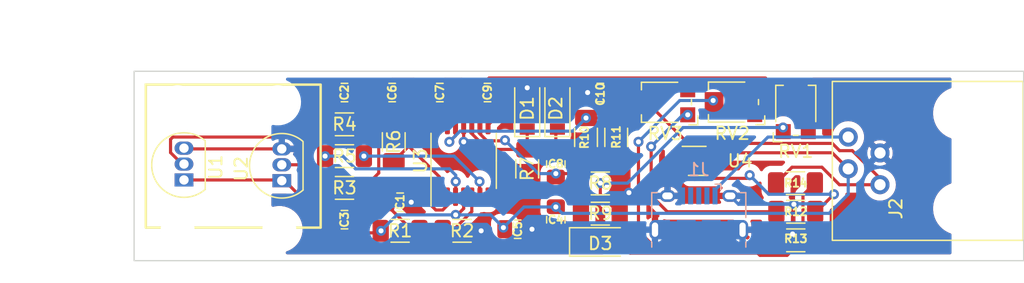
<source format=kicad_pcb>
(kicad_pcb (version 20211014) (generator pcbnew)
  (layers (0 "F.Cu" signal) (31 "B.Cu" signal) (34 "B.Paste" user) (35 "F.Paste" user) (36 "B.SilkS" user "B.Silkscreen") (37 "F.SilkS" user "F.Silkscreen") (38 "B.Mask" user) (39 "F.Mask" user) (44 "Edge.Cuts" user))
  (net 0 "")
  (net 1 "Net-(C1-Pad1)")
  (net 2 "GND")
  (net 3 "Net-(C2-Pad1)")
  (net 4 "Net-(C2-Pad2)")
  (net 5 "Net-(C3-Pad1)")
  (net 6 "Net-(C3-Pad2)")
  (net 7 "+3.3V")
  (net 8 "Net-(C6-Pad1)")
  (net 9 "Net-(C6-Pad2)")
  (net 10 "Net-(C7-Pad2)")
  (net 11 "Net-(C8-Pad1)")
  (net 12 "Net-(C8-Pad2)")
  (net 13 "Net-(C9-Pad1)")
  (net 14 "Net-(C10-Pad2)")
  (net 15 "Net-(D2-Pad2)")
  (net 16 "Net-(D3-Pad2)")
  (net 17 "Net-(J1-Pad1)")
  (net 21 "/SENSE")
  (net 22 "Net-(R4-Pad2)")
  (net 23 "Net-(R5-Pad2)")
  (net 24 "Net-(R9-Pad1)")
  (net 25 "Net-(R12-Pad1)")
  (net 26 "Net-(R12-Pad2)")
  (net 27 "Net-(R13-Pad2)")
  (footprint "Capacitor_SMD:C_0805_2012Metric_Pad1.18x1.45mm_HandSolder" (layer "F.Cu") (at 154.813 132.207 180)
    (fp_text reference "C5" (at 0 0 90) (layer "F.SilkS") (effects (font (size 0.635 0.635))))
    (fp_text value "C")
    (pad "1" smd roundrect (at -1.0375 0 180) (size 1.175 1.45) (layers "F.Cu" "F.Paste" "F.Mask") (roundrect_rratio 0.212766) (net 2 "GND"))
    (pad "2" smd roundrect (at 1.0375 0 180) (size 1.175 1.45) (layers "F.Cu" "F.Paste" "F.Mask") (roundrect_rratio 0.212766) (net 7 "+3.3V"))
  )
  (footprint "Resistor_SMD:R_1206_3216Metric_Pad1.30x1.75mm_HandSolder" (layer "F.Cu") (at 177.038 130.81 180)
    (fp_text reference "R13" (at 0 -2.159) (layer "F.SilkS") (effects (font (size 0.635 0.635))))
    (fp_text value "R")
    (pad "1" smd roundrect (at -1.55 0 180) (size 1.3 1.75) (layers "F.Cu" "F.Paste" "F.Mask") (roundrect_rratio 0.192308) (net 26 "Net-(R12-Pad2)"))
    (pad "2" smd roundrect (at 1.55 0 180) (size 1.3 1.75) (layers "F.Cu" "F.Paste" "F.Mask") (roundrect_rratio 0.192308) (net 27 "Net-(R13-Pad2)"))
  )
  (footprint "Capacitor_SMD:C_0805_2012Metric_Pad1.18x1.45mm_HandSolder" (layer "F.Cu") (at 145.415 130.048)
    (fp_text reference "C1" (at 0 0 90) (layer "F.SilkS") (effects (font (size 0.635 0.635))))
    (fp_text value "10uf")
    (pad "1" smd roundrect (at -1.0375 0) (size 1.175 1.45) (layers "F.Cu" "F.Paste" "F.Mask") (roundrect_rratio 0.212766) (net 1 "Net-(C1-Pad1)"))
    (pad "2" smd roundrect (at 1.0375 0) (size 1.175 1.45) (layers "F.Cu" "F.Paste" "F.Mask") (roundrect_rratio 0.212766) (net 2 "GND"))
  )
  (footprint "Capacitor_SMD:C_0805_2012Metric_Pad1.18x1.45mm_HandSolder" (layer "F.Cu") (at 157.861 131.445 90)
    (fp_text reference "C4" (at 0 0 180) (layer "F.SilkS") (effects (font (size 0.635 0.635))))
    (fp_text value "C")
    (pad "1" smd roundrect (at -1.0375 0 90) (size 1.175 1.45) (layers "F.Cu" "F.Paste" "F.Mask") (roundrect_rratio 0.212766) (net 2 "GND"))
    (pad "2" smd roundrect (at 1.0375 0 90) (size 1.175 1.45) (layers "F.Cu" "F.Paste" "F.Mask") (roundrect_rratio 0.212766) (net 7 "+3.3V"))
  )
  (footprint "Resistor_SMD:R_1206_3216Metric_Pad1.30x1.75mm_HandSolder" (layer "F.Cu") (at 177.012 128.524)
    (fp_text reference "R14" (at 0.026 0) (layer "F.SilkS") (effects (font (size 0.635 0.635))))
    (fp_text value "R")
    (pad "1" smd roundrect (at -1.55 0) (size 1.3 1.75) (layers "F.Cu" "F.Paste" "F.Mask") (roundrect_rratio 0.192308) (net 21 "/SENSE"))
    (pad "2" smd roundrect (at 1.55 0) (size 1.3 1.75) (layers "F.Cu" "F.Paste" "F.Mask") (roundrect_rratio 0.192308) (net 16 "Net-(D3-Pad2)"))
  )
  (footprint "MountingHole:MountingHole_2.7mm_M2.5_ISO14580" (layer "F.Cu") (at 135.763 132.207)
    (fp_text reference "REF**" hide)
    (fp_text value "MountingHole_2.7mm_M2.5_ISO14580")
    (pad "" np_thru_hole circle (at 0 0) (size 2.7 2.7) (drill 2.7) (layers *.Cu *.Mask))
  )
  (footprint "Package_SO:TSSOP-14_4.4x5mm_P0.65mm" (layer "F.Cu") (at 150.495 126.746 90)
    (fp_text reference "U3" (at 0 -3.45 90) (layer "F.SilkS"))
    (fp_text value "TLV9104")
    (pad "1" smd roundrect (at -2.8625 -1.95 90) (size 1.475 0.4) (layers "F.Cu" "F.Paste" "F.Mask") (net 9 "Net-(C6-Pad2)"))
    (pad "2" smd roundrect (at -2.8625 -1.3 90) (size 1.475 0.4) (layers "F.Cu" "F.Paste" "F.Mask") (net 8 "Net-(C6-Pad1)"))
    (pad "3" smd roundrect (at -2.8625 -0.65 90) (size 1.475 0.4) (layers "F.Cu" "F.Paste" "F.Mask") (net 22 "Net-(R4-Pad2)"))
    (pad "4" smd roundrect (at -2.8625 0 90) (size 1.475 0.4) (layers "F.Cu" "F.Paste" "F.Mask") (net 7 "+3.3V"))
    (pad "5" smd roundrect (at -2.8625 0.65 90) (size 1.475 0.4) (layers "F.Cu" "F.Paste" "F.Mask") (net 1 "Net-(C1-Pad1)"))
    (pad "6" smd roundrect (at -2.8625 1.3 90) (size 1.475 0.4) (layers "F.Cu" "F.Paste" "F.Mask") (net 23 "Net-(R5-Pad2)"))
    (pad "7" smd roundrect (at -2.8625 1.95 90) (size 1.475 0.4) (layers "F.Cu" "F.Paste" "F.Mask") (net 23 "Net-(R5-Pad2)"))
    (pad "8" smd roundrect (at 2.8625 1.95 90) (size 1.475 0.4) (layers "F.Cu" "F.Paste" "F.Mask") (net 15 "Net-(D2-Pad2)"))
    (pad "9" smd roundrect (at 2.8625 1.3 90) (size 1.475 0.4) (layers "F.Cu" "F.Paste" "F.Mask") (net 11 "Net-(C8-Pad1)"))
    (pad "10" smd roundrect (at 2.8625 0.65 90) (size 1.475 0.4) (layers "F.Cu" "F.Paste" "F.Mask") (net 10 "Net-(C7-Pad2)"))
    (pad "11" smd roundrect (at 2.8625 0 90) (size 1.475 0.4) (layers "F.Cu" "F.Paste" "F.Mask") (net 2 "GND"))
    (pad "12" smd roundrect (at 2.8625 -0.65 90) (size 1.475 0.4) (layers "F.Cu" "F.Paste" "F.Mask") (net 14 "Net-(C10-Pad2)"))
    (pad "13" smd roundrect (at 2.8625 -1.3 90) (size 1.475 0.4) (layers "F.Cu" "F.Paste" "F.Mask") (net 13 "Net-(C9-Pad1)"))
    (pad "14" smd roundrect (at 2.8625 -1.95 90) (size 1.475 0.4) (layers "F.Cu" "F.Paste" "F.Mask") (net 13 "Net-(C9-Pad1)"))
  )
  (footprint "Resistor_SMD:R_1206_3216Metric_Pad1.30x1.75mm_HandSolder" (layer "F.Cu") (at 150.368 132.334)
    (fp_text reference "R2" (at 0 0) (layer "F.SilkS"))
    (fp_text value "100K")
    (pad "1" smd roundrect (at -1.55 0) (size 1.3 1.75) (layers "F.Cu" "F.Paste" "F.Mask") (roundrect_rratio 0.192308) (net 1 "Net-(C1-Pad1)"))
    (pad "2" smd roundrect (at 1.55 0) (size 1.3 1.75) (layers "F.Cu" "F.Paste" "F.Mask") (roundrect_rratio 0.192308) (net 2 "GND"))
  )
  (footprint "Diode_SMD:D_SOD-123" (layer "F.Cu") (at 157.988 122.555 90)
    (fp_text reference "D2" (at 0 -0.127 90) (layer "F.SilkS"))
    (fp_text value "D")
    (pad "1" smd rect (at -1.65 0 90) (size 0.9 1.2) (layers "F.Cu" "F.Paste" "F.Mask") (net 12 "Net-(C8-Pad2)"))
    (pad "2" smd rect (at 1.65 0 90) (size 0.9 1.2) (layers "F.Cu" "F.Paste" "F.Mask") (net 15 "Net-(D2-Pad2)"))
  )
  (footprint "Resistor_SMD:R_1206_3216Metric_Pad1.30x1.75mm_HandSolder" (layer "F.Cu") (at 140.97 123.825)
    (fp_text reference "R4" (at 0 0) (layer "F.SilkS"))
    (fp_text value "4.99K")
    (pad "1" smd roundrect (at -1.55 0) (size 1.3 1.75) (layers "F.Cu" "F.Paste" "F.Mask") (roundrect_rratio 0.192308) (net 3 "Net-(C2-Pad1)"))
    (pad "2" smd roundrect (at 1.55 0) (size 1.3 1.75) (layers "F.Cu" "F.Paste" "F.Mask") (roundrect_rratio 0.192308) (net 22 "Net-(R4-Pad2)"))
  )
  (footprint "Resistor_SMD:R_1206_3216Metric_Pad1.30x1.75mm_HandSolder" (layer "F.Cu") (at 155.575 127.381 90)
    (fp_text reference "R7" (at 0 0 90) (layer "F.SilkS"))
    (fp_text value "1M")
    (pad "1" smd roundrect (at -1.55 0 90) (size 1.3 1.75) (layers "F.Cu" "F.Paste" "F.Mask") (roundrect_rratio 0.192308) (net 2 "GND"))
    (pad "2" smd roundrect (at 1.55 0 90) (size 1.3 1.75) (layers "F.Cu" "F.Paste" "F.Mask") (roundrect_rratio 0.192308) (net 10 "Net-(C7-Pad2)"))
  )
  (footprint "Resistor_SMD:R_1206_3216Metric_Pad1.30x1.75mm_HandSolder" (layer "F.Cu") (at 162.687 124.867 -90)
    (fp_text reference "R11" (at -0.026 0 90) (layer "F.SilkS") (effects (font (size 0.635 0.635))))
    (fp_text value "100M")
    (pad "1" smd roundrect (at -1.55 0 270) (size 1.3 1.75) (layers "F.Cu" "F.Paste" "F.Mask") (roundrect_rratio 0.192308) (net 14 "Net-(C10-Pad2)"))
    (pad "2" smd roundrect (at 1.55 0 270) (size 1.3 1.75) (layers "F.Cu" "F.Paste" "F.Mask") (roundrect_rratio 0.192308) (net 2 "GND"))
  )
  (footprint "Resistor_SMD:R_1206_3216Metric_Pad1.30x1.75mm_HandSolder" (layer "F.Cu") (at 145.415 132.334)
    (fp_text reference "R1" (at 0 0) (layer "F.SilkS"))
    (fp_text value "100K")
    (pad "1" smd roundrect (at -1.55 0) (size 1.3 1.75) (layers "F.Cu" "F.Paste" "F.Mask") (roundrect_rratio 0.192308) (net 7 "+3.3V"))
    (pad "2" smd roundrect (at 1.55 0) (size 1.3 1.75) (layers "F.Cu" "F.Paste" "F.Mask") (roundrect_rratio 0.192308) (net 1 "Net-(C1-Pad1)"))
  )
  (footprint "MountingHole:MountingHole_2.7mm_M2.5_ISO14580" (layer "F.Cu") (at 135.636 122.047)
    (fp_text reference "REF**" hide)
    (fp_text value "MountingHole_2.7mm_M2.5_ISO14580")
    (pad "" np_thru_hole circle (at 0 0) (size 2.7 2.7) (drill 2.7) (layers *.Cu *.Mask))
  )
  (footprint "Package_TO_SOT_THT:TO-92L_Inline" (layer "F.Cu") (at 128.143 128.27 90)
    (fp_text reference "U1" (at 1.016 2.54 90) (layer "F.SilkS"))
    (fp_text value "A1302ELHLT-T")
    (pad "1" thru_hole rect (at 0 0 90) (size 1.05 1.5) (drill 0.75) (layers *.Cu *.Mask) (net 7 "+3.3V"))
    (pad "2" thru_hole oval (at 1.27 0 90) (size 1.05 1.5) (drill 0.75) (layers *.Cu *.Mask) (net 4 "Net-(C2-Pad2)"))
    (pad "3" thru_hole oval (at 2.54 0 90) (size 1.05 1.5) (drill 0.75) (layers *.Cu *.Mask) (net 2 "GND"))
  )
  (footprint "Resistor_SMD:R_1206_3216Metric_Pad1.30x1.75mm_HandSolder" (layer "F.Cu") (at 161.417 128.55 180)
    (fp_text reference "R8" (at 0 0.026) (layer "F.SilkS"))
    (fp_text value "100K")
    (pad "1" smd roundrect (at -1.55 0 180) (size 1.3 1.75) (layers "F.Cu" "F.Paste" "F.Mask") (roundrect_rratio 0.192308) (net 2 "GND"))
    (pad "2" smd roundrect (at 1.55 0 180) (size 1.3 1.75) (layers "F.Cu" "F.Paste" "F.Mask") (roundrect_rratio 0.192308) (net 11 "Net-(C8-Pad1)"))
  )
  (footprint "Capacitor_SMD:C_0805_2012Metric_Pad1.18x1.45mm_HandSolder" (layer "F.Cu") (at 144.78 121.285 180)
    (fp_text reference "C6" (at 0 0 90) (layer "F.SilkS") (effects (font (size 0.635 0.635))))
    (fp_text value ".002uf")
    (pad "1" smd roundrect (at -1.0375 0 180) (size 1.175 1.45) (layers "F.Cu" "F.Paste" "F.Mask") (roundrect_rratio 0.212766) (net 8 "Net-(C6-Pad1)"))
    (pad "2" smd roundrect (at 1.0375 0 180) (size 1.175 1.45) (layers "F.Cu" "F.Paste" "F.Mask") (roundrect_rratio 0.212766) (net 9 "Net-(C6-Pad2)"))
  )
  (footprint "Resistor_SMD:R_1206_3216Metric_Pad1.30x1.75mm_HandSolder" (layer "F.Cu") (at 177.038 133.096)
    (fp_text reference "R12" (at 0 -2.286) (layer "F.SilkS") (effects (font (size 0.635 0.635))))
    (fp_text value "R")
    (pad "1" smd roundrect (at -1.55 0) (size 1.3 1.75) (layers "F.Cu" "F.Paste" "F.Mask") (roundrect_rratio 0.192308) (net 25 "Net-(R12-Pad1)"))
    (pad "2" smd roundrect (at 1.55 0) (size 1.3 1.75) (layers "F.Cu" "F.Paste" "F.Mask") (roundrect_rratio 0.192308) (net 26 "Net-(R12-Pad2)"))
  )
  (footprint "Resistor_SMD:R_1206_3216Metric_Pad1.30x1.75mm_HandSolder" (layer "F.Cu") (at 160.274 124.867 90)
    (fp_text reference "R10" (at 0 -0.127 90) (layer "F.SilkS") (effects (font (size 0.635 0.635))))
    (fp_text value "4.99K")
    (pad "1" smd roundrect (at -1.55 0 90) (size 1.3 1.75) (layers "F.Cu" "F.Paste" "F.Mask") (roundrect_rratio 0.192308) (net 12 "Net-(C8-Pad2)"))
    (pad "2" smd roundrect (at 1.55 0 90) (size 1.3 1.75) (layers "F.Cu" "F.Paste" "F.Mask") (roundrect_rratio 0.192308) (net 14 "Net-(C10-Pad2)"))
  )
  (footprint "Potentiometer_SMD:Potentiometer_Bourns_TC33X_Vertical" (layer "F.Cu") (at 171.958 122.047 180)
    (fp_text reference "RV2" (at 0 -2.5) (layer "F.SilkS"))
    (fp_text value "R_Potentiometer_Small")
    (pad "1" smd rect (at -1.8 -1 180) (size 1.2 1.2) (layers "F.Cu" "F.Paste" "F.Mask") (net 13 "Net-(C9-Pad1)"))
    (pad "2" smd rect (at 1.45 0 180) (size 1.5 1.6) (layers "F.Cu" "F.Paste" "F.Mask") (net 25 "Net-(R12-Pad1)"))
    (pad "3" smd rect (at -1.8 1 180) (size 1.2 1.2) (layers "F.Cu" "F.Paste" "F.Mask") (net 25 "Net-(R12-Pad1)"))
  )
  (footprint "Package_TO_SOT_THT:TO-92L_Inline" (layer "F.Cu") (at 135.959 128.327 90)
    (fp_text reference "U2" (at 0.946 -3.244 90) (layer "F.SilkS"))
    (fp_text value "A1302ELHLT-T")
    (pad "1" thru_hole rect (at 0 0 90) (size 1.05 1.5) (drill 0.75) (layers *.Cu *.Mask) (net 7 "+3.3V"))
    (pad "2" thru_hole oval (at 1.27 0 90) (size 1.05 1.5) (drill 0.75) (layers *.Cu *.Mask) (net 5 "Net-(C3-Pad1)"))
    (pad "3" thru_hole oval (at 2.54 0 90) (size 1.05 1.5) (drill 0.75) (layers *.Cu *.Mask) (net 2 "GND"))
  )
  (footprint "Capacitor_SMD:C_0805_2012Metric_Pad1.18x1.45mm_HandSolder" (layer "F.Cu") (at 140.97 131.445)
    (fp_text reference "C3" (at 0 0 90) (layer "F.SilkS") (effects (font (size 0.635 0.635))))
    (fp_text value "1uf")
    (pad "1" smd roundrect (at -1.0375 0) (size 1.175 1.45) (layers "F.Cu" "F.Paste" "F.Mask") (roundrect_rratio 0.212766) (net 5 "Net-(C3-Pad1)"))
    (pad "2" smd roundrect (at 1.0375 0) (size 1.175 1.45) (layers "F.Cu" "F.Paste" "F.Mask") (roundrect_rratio 0.212766) (net 6 "Net-(C3-Pad2)"))
  )
  (footprint "Diode_SMD:D_SOD-123" (layer "F.Cu") (at 155.575 122.555 90)
    (fp_text reference "D1" (at 0 0 90) (layer "F.SilkS"))
    (fp_text value "D")
    (pad "1" smd rect (at -1.65 0 90) (size 0.9 1.2) (layers "F.Cu" "F.Paste" "F.Mask") (net 10 "Net-(C7-Pad2)"))
    (pad "2" smd rect (at 1.65 0 90) (size 0.9 1.2) (layers "F.Cu" "F.Paste" "F.Mask") (net 2 "GND"))
  )
  (footprint "Resistor_SMD:R_1206_3216Metric_Pad1.30x1.75mm_HandSolder" (layer "F.Cu") (at 144.907 125.222 -90)
    (fp_text reference "R6" (at 0 0 90) (layer "F.SilkS"))
    (fp_text value "300K")
    (pad "1" smd roundrect (at -1.55 0 270) (size 1.3 1.75) (layers "F.Cu" "F.Paste" "F.Mask") (roundrect_rratio 0.192308) (net 8 "Net-(C6-Pad1)"))
    (pad "2" smd roundrect (at 1.55 0 270) (size 1.3 1.75) (layers "F.Cu" "F.Paste" "F.Mask") (roundrect_rratio 0.192308) (net 9 "Net-(C6-Pad2)"))
  )
  (footprint "Package_TO_SOT_SMD:SOT-353_SC-70-5_Handsoldering" (layer "F.Cu") (at 169.164 126.746)
    (fp_text reference "U4" (at 3.429 0 180) (layer "F.SilkS"))
    (fp_text value "TLV9101")
    (pad "1" smd rect (at -1.33 -0.65) (size 1.5 0.4) (layers "F.Cu" "F.Paste" "F.Mask") (net 21 "/SENSE"))
    (pad "2" smd rect (at -1.33 0) (size 1.5 0.4) (layers "F.Cu" "F.Paste" "F.Mask") (net 2 "GND"))
    (pad "3" smd rect (at -1.33 0.65) (size 1.5 0.4) (layers "F.Cu" "F.Paste" "F.Mask") (net 26 "Net-(R12-Pad2)"))
    (pad "4" smd rect (at 1.33 0.65) (size 1.5 0.4) (layers "F.Cu" "F.Paste" "F.Mask") (net 2 "GND"))
    (pad "5" smd rect (at 1.33 -0.65) (size 1.5 0.4) (layers "F.Cu" "F.Paste" "F.Mask") (net 7 "+3.3V"))
  )
  (footprint "Potentiometer_SMD:Potentiometer_Bourns_TC33X_Vertical" (layer "F.Cu") (at 177.038 122.608 90)
    (fp_text reference "RV1" (at -3.376 0 180) (layer "F.SilkS"))
    (fp_text value "R_Potentiometer_Small")
    (pad "1" smd rect (at -1.8 -1 90) (size 1.2 1.2) (layers "F.Cu" "F.Paste" "F.Mask") (net 24 "Net-(R9-Pad1)"))
    (pad "2" smd rect (at 1.45 0 90) (size 1.5 1.6) (layers "F.Cu" "F.Paste" "F.Mask") (net 13 "Net-(C9-Pad1)"))
    (pad "3" smd rect (at -1.8 1 90) (size 1.2 1.2) (layers "F.Cu" "F.Paste" "F.Mask") (net 13 "Net-(C9-Pad1)"))
  )
  (footprint "Resistor_SMD:R_1206_3216Metric_Pad1.30x1.75mm_HandSolder" (layer "F.Cu") (at 161.417 130.963 180)
    (fp_text reference "R9" (at 0 0.026) (layer "F.SilkS"))
    (fp_text value "100K")
    (pad "1" smd roundrect (at -1.55 0 180) (size 1.3 1.75) (layers "F.Cu" "F.Paste" "F.Mask") (roundrect_rratio 0.192308) (net 24 "Net-(R9-Pad1)"))
    (pad "2" smd roundrect (at 1.55 0 180) (size 1.3 1.75) (layers "F.Cu" "F.Paste" "F.Mask") (roundrect_rratio 0.192308) (net 11 "Net-(C8-Pad1)"))
  )
  (footprint "MountingHole:MountingHole_2.7mm_M2.5_ISO14580" (layer "F.Cu") (at 127.635 132.207)
    (fp_text reference "REF**" hide)
    (fp_text value "MountingHole_2.7mm_M2.5_ISO14580")
    (pad "" np_thru_hole circle (at 0 0) (size 2.7 2.7) (drill 2.7) (layers *.Cu *.Mask))
  )
  (footprint "Capacitor_SMD:C_0805_2012Metric_Pad1.18x1.45mm_HandSolder" (layer "F.Cu") (at 161.417 121.285)
    (fp_text reference "C10" (at 0 0.127 90) (layer "F.SilkS") (effects (font (size 0.635 0.635))))
    (fp_text value ".22uf")
    (pad "1" smd roundrect (at -1.0375 0) (size 1.175 1.45) (layers "F.Cu" "F.Paste" "F.Mask") (roundrect_rratio 0.212766) (net 2 "GND"))
    (pad "2" smd roundrect (at 1.0375 0) (size 1.175 1.45) (layers "F.Cu" "F.Paste" "F.Mask") (roundrect_rratio 0.212766) (net 14 "Net-(C10-Pad2)"))
  )
  (footprint "Capacitor_SMD:C_0805_2012Metric_Pad1.18x1.45mm_HandSolder" (layer "F.Cu") (at 152.4 121.285)
    (fp_text reference "C9" (at 0 0 90) (layer "F.SilkS") (effects (font (size 0.635 0.635))))
    (fp_text value ".22uf")
    (pad "1" smd roundrect (at -1.0375 0) (size 1.175 1.45) (layers "F.Cu" "F.Paste" "F.Mask") (roundrect_rratio 0.212766) (net 13 "Net-(C9-Pad1)"))
    (pad "2" smd roundrect (at 1.0375 0) (size 1.175 1.45) (layers "F.Cu" "F.Paste" "F.Mask") (roundrect_rratio 0.212766) (net 11 "Net-(C8-Pad1)"))
  )
  (footprint "MountingHole:MountingHole_2.7mm_M2.5_ISO14580" (layer "F.Cu") (at 127.635 122.047)
    (fp_text reference "REF**" hide)
    (fp_text value "MountingHole_2.7mm_M2.5_ISO14580")
    (pad "" np_thru_hole circle (at 0 0) (size 2.7 2.7) (drill 2.7) (layers *.Cu *.Mask))
  )
  (footprint "projlib:modjack" (layer "F.Cu") (at 190.119 130.556 90)
    (fp_text reference "J2" (at 0 -5.08 90 unlocked) (layer "F.SilkS"))
    (fp_text value "RJ9")
    (pad "" np_thru_hole circle (at 7.62 0 90) (size 1.524 1.524) (drill 3.2) (layers F&B.Cu *.Mask))
    (pad "" np_thru_hole circle (at 0 0 90) (size 1.524 1.524) (drill 3.2) (layers F&B.Cu *.Mask))
    (pad "1" thru_hole circle (at 1.905 -6.35 90) (size 1.524 1.524) (drill 0.9) (layers *.Cu *.Mask) (net 21 "/SENSE"))
    (pad "2" thru_hole circle (at 3.175 -8.89 90) (size 1.524 1.524) (drill 0.9) (layers *.Cu *.Mask) (net 7 "+3.3V"))
    (pad "3" thru_hole circle (at 4.445 -6.35 90) (size 1.524 1.524) (drill 0.9) (layers *.Cu *.Mask) (net 2 "GND"))
    (pad "4" thru_hole circle (at 5.715 -8.89 90) (size 1.524 1.524) (drill 0.9) (layers *.Cu *.Mask) (net 17 "Net-(J1-Pad1)"))
  )
  (footprint "Capacitor_SMD:C_0805_2012Metric_Pad1.18x1.45mm_HandSolder" (layer "F.Cu") (at 148.59 121.285)
    (fp_text reference "C7" (at 0 0 90) (layer "F.SilkS") (effects (font (size 0.635 0.635))))
    (fp_text value ".1uf")
    (pad "1" smd roundrect (at -1.0375 0) (size 1.175 1.45) (layers "F.Cu" "F.Paste" "F.Mask") (roundrect_rratio 0.212766) (net 9 "Net-(C6-Pad2)"))
    (pad "2" smd roundrect (at 1.0375 0) (size 1.175 1.45) (layers "F.Cu" "F.Paste" "F.Mask") (roundrect_rratio 0.212766) (net 10 "Net-(C7-Pad2)"))
  )
  (footprint "LED_SMD:LED_1206_3216Metric_Pad1.42x1.75mm_HandSolder" (layer "F.Cu") (at 161.417 133.223)
    (fp_text reference "D3" (at 0 0.127) (layer "F.SilkS"))
    (fp_text value "LED")
    (pad "1" smd roundrect (at -1.4875 0) (size 1.425 1.75) (layers "F.Cu" "F.Paste" "F.Mask") (roundrect_rratio 0.175439) (net 2 "GND"))
    (pad "2" smd roundrect (at 1.4875 0) (size 1.425 1.75) (layers "F.Cu" "F.Paste" "F.Mask") (roundrect_rratio 0.175439) (net 16 "Net-(D3-Pad2)"))
  )
  (footprint "Potentiometer_SMD:Potentiometer_Bourns_TC33X_Vertical" (layer "F.Cu") (at 166.602 122.063 180)
    (fp_text reference "RV3" (at 0 -2.5) (layer "F.SilkS"))
    (fp_text value "R_Potentiometer_Small")
    (pad "1" smd rect (at -1.8 -1 180) (size 1.2 1.2) (layers "F.Cu" "F.Paste" "F.Mask") (net 27 "Net-(R13-Pad2)"))
    (pad "2" smd rect (at 1.45 0 180) (size 1.5 1.6) (layers "F.Cu" "F.Paste" "F.Mask") (net 21 "/SENSE"))
    (pad "3" smd rect (at -1.8 1 180) (size 1.2 1.2) (layers "F.Cu" "F.Paste" "F.Mask") (net 21 "/SENSE"))
  )
  (footprint "Resistor_SMD:R_1206_3216Metric_Pad1.30x1.75mm_HandSolder" (layer "F.Cu") (at 140.97 128.905)
    (fp_text reference "R3" (at 0 0) (layer "F.SilkS"))
    (fp_text value "4.99K")
    (pad "1" smd roundrect (at -1.55 0) (size 1.3 1.75) (layers "F.Cu" "F.Paste" "F.Mask") (roundrect_rratio 0.192308) (net 6 "Net-(C3-Pad2)"))
    (pad "2" smd roundrect (at 1.55 0) (size 1.3 1.75) (layers "F.Cu" "F.Paste" "F.Mask") (roundrect_rratio 0.192308) (net 8 "Net-(C6-Pad1)"))
  )
  (footprint "Capacitor_SMD:C_0805_2012Metric_Pad1.18x1.45mm_HandSolder" (layer "F.Cu") (at 140.97 121.285 180)
    (fp_text reference "C2" (at 0 0 90) (layer "F.SilkS") (effects (font (size 0.635 0.635))))
    (fp_text value "1uf")
    (pad "1" smd roundrect (at -1.0375 0 180) (size 1.175 1.45) (layers "F.Cu" "F.Paste" "F.Mask") (roundrect_rratio 0.212766) (net 3 "Net-(C2-Pad1)"))
    (pad "2" smd roundrect (at 1.0375 0 180) (size 1.175 1.45) (layers "F.Cu" "F.Paste" "F.Mask") (roundrect_rratio 0.212766) (net 4 "Net-(C2-Pad2)"))
  )
  (footprint "Capacitor_SMD:C_0805_2012Metric_Pad1.18x1.45mm_HandSolder" (layer "F.Cu") (at 157.861 127 90)
    (fp_text reference "C8" (at 0 0 180) (layer "F.SilkS") (effects (font (size 0.635 0.635))))
    (fp_text value ".22uf")
    (pad "1" smd roundrect (at -1.0375 0 90) (size 1.175 1.45) (layers "F.Cu" "F.Paste" "F.Mask") (roundrect_rratio 0.212766) (net 11 "Net-(C8-Pad1)"))
    (pad "2" smd roundrect (at 1.0375 0 90) (size 1.175 1.45) (layers "F.Cu" "F.Paste" "F.Mask") (roundrect_rratio 0.212766) (net 12 "Net-(C8-Pad2)"))
  )
  (footprint "Resistor_SMD:R_1206_3216Metric_Pad1.30x1.75mm_HandSolder" (layer "F.Cu") (at 140.97 126.365)
    (fp_text reference "R5" (at 0 0) (layer "F.SilkS"))
    (fp_text value "300K")
    (pad "1" smd roundrect (at -1.55 0) (size 1.3 1.75) (layers "F.Cu" "F.Paste" "F.Mask") (roundrect_rratio 0.192308) (net 22 "Net-(R4-Pad2)"))
    (pad "2" smd roundrect (at 1.55 0) (size 1.3 1.75) (layers "F.Cu" "F.Paste" "F.Mask") (roundrect_rratio 0.192308) (net 23 "Net-(R5-Pad2)"))
  )
  (footprint "Connector_USB:USB_Micro-B_Amphenol_10118194_Horizontal" (layer "B.Cu") (at 169.286 130.944 180)
    (fp_text reference "J1" (at 0 3.5) (layer "B.SilkS") (effects (justify mirror)))
    (fp_text value "USB_B_Micro")
    (pad "1" smd rect (at -1.3 1.4 180) (size 0.4 1.35) (layers "B.Cu" "B.Paste" "B.Mask") (net 17 "Net-(J1-Pad1)"))
    (pad "2" smd rect (at -0.65 1.4 180) (size 0.4 1.35) (layers "B.Cu" "B.Paste" "B.Mask"))
    (pad "3" smd rect (at 0 1.4 180) (size 0.4 1.35) (layers "B.Cu" "B.Paste" "B.Mask"))
    (pad "4" smd rect (at 0.65 1.4 180) (size 0.4 1.35) (layers "B.Cu" "B.Paste" "B.Mask"))
    (pad "5" smd rect (at 1.3 1.4 180) (size 0.4 1.35) (layers "B.Cu" "B.Paste" "B.Mask") (net 2 "GND"))
    (pad "6" thru_hole oval (at -2.5 1.4 180) (size 1.25 0.95) (drill oval 0.85 0.55) (layers *.Cu *.Mask) (net 2 "GND"))
    (pad "6" thru_hole oval (at 2.5 1.4 180) (size 1.25 0.95) (drill oval 0.85 0.55) (layers *.Cu *.Mask) (net 2 "GND"))
    (pad "6" thru_hole oval (at -3.5 -1.3 180) (size 0.89 1.55) (drill oval 0.5 1.15) (layers *.Cu *.Mask) (net 2 "GND"))
    (pad "6" thru_hole oval (at 3.5 -1.3 180) (size 0.89 1.55) (drill oval 0.5 1.15) (layers *.Cu *.Mask) (net 2 "GND"))
    (pad "6" smd rect (at 1 -1.3 180) (size 1.5 1.55) (layers "B.Cu" "B.Paste" "B.Mask") (net 2 "GND"))
    (pad "6" smd rect (at -2.9 -1.3 180) (size 1.2 1.55) (layers "B.Cu" "B.Paste" "B.Mask") (net 2 "GND"))
    (pad "6" smd rect (at 2.9 -1.3 180) (size 1.2 1.55) (layers "B.Cu" "B.Paste" "B.Mask") (net 2 "GND"))
    (pad "6" smd rect (at -1 -1.3 180) (size 1.5 1.55) (layers "B.Cu" "B.Paste" "B.Mask") (net 2 "GND"))
  )
  (gr_rect (start 125.095 132.08) (end 139.065 120.65) (layer "F.SilkS") (width 0.2) (fill none))
  (gr_rect (start 195.2498 134.7216) (end 124.1552 119.5832) (layer "Edge.Cuts") (width 0.1) (fill none))
  (segment (start 144.2505 130.175) (end 146.4095 132.334) (width 0.25) (layer "F.Cu") (net 1))
  (segment (start 151.145 130.795) (end 151.145 129.6085) (width 0.25) (layer "F.Cu") (net 1))
  (segment (start 149.606 132.334) (end 151.145 130.795) (width 0.25) (layer "F.Cu") (net 1))
  (segment (start 148.818 132.334) (end 149.606 132.334) (width 0.25) (layer "F.Cu") (net 1))
  (segment (start 146.4095 132.334) (end 148.818 132.334) (width 0.25) (layer "F.Cu") (net 1))
  (segment (start 162.967 128.55) (end 163.703 129.286) (width 0.25) (layer "F.Cu") (net 2))
  (segment (start 155.8505 129.2065) (end 155.575 128.931) (width 0.25) (layer "F.Cu") (net 2))
  (segment (start 176.8885 132.4835) (end 176.784 132.588) (width 0.25) (layer "F.Cu") (net 2))
  (segment (start 162.967 126.697) (end 162.687 126.417) (width 0.25) (layer "F.Cu") (net 2))
  (segment (start 176.8885 130.2125) (end 176.8885 132.4835) (width 0.25) (layer "F.Cu") (net 2))
  (segment (start 166.37 127.21) (end 166.37 128.016) (width 0.25) (layer "F.Cu") (net 2))
  (segment (start 174.207 132.244) (end 174.498 131.953) (width 0.25) (layer "F.Cu") (net 2))
  (segment (start 135.959 125.787) (end 128.2 125.787) (width 0.25) (layer "F.Cu") (net 2))
  (segment (start 156.2315 132.4825) (end 155.956 132.207) (width 0.25) (layer "F.Cu") (net 2))
  (segment (start 172.786 132.244) (end 174.207 132.244) (width 0.25) (layer "F.Cu") (net 2))
  (segment (start 162.967 128.55) (end 162.967 126.697) (width 0.25) (layer "F.Cu") (net 2))
  (segment (start 166.834 126.746) (end 166.37 127.21) (width 0.25) (layer "F.Cu") (net 2))
  (segment (start 173.176 132.894) (end 173.228 132.842) (width 0.25) (layer "F.Cu") (net 2))
  (segment (start 151.918 132.334) (end 151.892 132.334) (width 0.25) (layer "F.Cu") (net 2))
  (segment (start 167.834 126.746) (end 169.844 126.746) (width 0.25) (layer "F.Cu") (net 2))
  (segment (start 157.861 132.4825) (end 156.2315 132.4825) (width 0.25) (layer "F.Cu") (net 2))
  (segment (start 166.37 128.016) (end 166.786 128.432) (width 0.25) (layer "F.Cu") (net 2))
  (segment (start 173.161 132.894) (end 173.176 132.894) (width 0.25) (layer "F.Cu") (net 2))
  (segment (start 155.575 120.905) (end 155.575 120.904) (width 0.25) (layer "F.Cu") (net 2))
  (segment (start 155.8505 132.207) (end 155.8505 129.2065) (width 0.25) (layer "F.Cu") (net 2))
  (segment (start 150.495 123.8835) (end 150.495 125.222) (width 0.25) (layer "F.Cu") (net 2))
  (segment (start 146.3255 130.175) (end 146.3255 130.0695) (width 0.25) (layer "F.Cu") (net 2))
  (segment (start 155.8505 132.207) (end 155.956 132.207) (width 0.25) (layer "F.Cu") (net 2))
  (segment (start 160.3795 121.285) (end 160.401 121.285) (width 0.25) (layer "F.Cu") (net 2))
  (segment (start 150.495 125.222) (end 154.204 128.931) (width 0.25) (layer "F.Cu") (net 2))
  (segment (start 146.3255 130.0695) (end 146.304 130.048) (width 0.25) (layer "F.Cu") (net 2))
  (segment (start 154.204 128.931) (end 155.575 128.931) (width 0.25) (layer "F.Cu") (net 2))
  (segment (start 169.844 126.746) (end 170.494 127.396) (width 0.25) (layer "F.Cu") (net 2))
  (segment (start 128.2 125.787) (end 128.143 125.73) (width 0.25) (layer "F.Cu") (net 2))
  (segment (start 167.834 126.746) (end 166.834 126.746) (width 0.25) (layer "F.Cu") (net 2))
  (segment (start 166.786 128.432) (end 166.786 129.544) (width 0.25) (layer "F.Cu") (net 2))
  (via (at 150.495 125.222) (size 0.8) (drill 0.4) (layers "F.Cu" "B.Cu") (net 2))
  (via (at 151.892 132.334) (size 0.8) (drill 0.4) (layers "F.Cu" "B.Cu") (net 2))
  (via (at 176.784 132.588) (size 0.8) (drill 0.4) (layers "F.Cu" "B.Cu") (net 2))
  (via (at 155.575 120.904) (size 0.8) (drill 0.4) (layers "F.Cu" "B.Cu") (net 2))
  (via (at 155.956 132.207) (size 0.8) (drill 0.4) (layers "F.Cu" "B.Cu") (net 2))
  (via (at 163.703 129.286) (size 0.8) (drill 0.4) (layers "F.Cu" "B.Cu") (net 2))
  (via (at 146.304 130.048) (size 0.8) (drill 0.4) (layers "F.Cu" "B.Cu") (net 2))
  (via (at 176.8885 130.2125) (size 0.8) (drill 0.4) (layers "F.Cu" "B.Cu") (net 2))
  (via (at 160.401 121.285) (size 0.8) (drill 0.4) (layers "F.Cu" "B.Cu") (net 2))
  (segment (start 171.786 129.544) (end 172.4545 130.2125) (width 0.25) (layer "B.Cu") (net 2))
  (segment (start 176.784 132.588) (end 176.44 132.244) (width 0.25) (layer "B.Cu") (net 2))
  (segment (start 172.4545 130.2125) (end 176.8885 130.2125) (width 0.25) (layer "B.Cu") (net 2))
  (segment (start 163.703 129.286) (end 163.961 129.544) (width 0.25) (layer "B.Cu") (net 2))
  (segment (start 176.44 132.244) (end 172.786 132.244) (width 0.25) (layer "B.Cu") (net 2))
  (segment (start 163.961 129.544) (end 166.786 129.544) (width 0.25) (layer "B.Cu") (net 2))
  (segment (start 142.0075 121.285) (end 141.96 121.285) (width 0.25) (layer "F.Cu") (net 3))
  (segment (start 141.96 121.285) (end 139.42 123.825) (width 0.25) (layer "F.Cu") (net 3))
  (segment (start 127.254 124.841) (end 127.068 125.027) (width 0.25) (layer "F.Cu") (net 4))
  (segment (start 138.445 121.48) (end 138.445 123.683) (width 0.25) (layer "F.Cu") (net 4))
  (segment (start 127.068 126.082082) (end 127.985918 127) (width 0.25) (layer "F.Cu") (net 4))
  (segment (start 137.287 124.841) (end 127.254 124.841) (width 0.25) (layer "F.Cu") (net 4))
  (segment (start 138.445 123.683) (end 137.287 124.841) (width 0.25) (layer "F.Cu") (net 4))
  (segment (start 138.64 121.285) (end 138.445 121.48) (width 0.25) (layer "F.Cu") (net 4))
  (segment (start 127.985918 127) (end 128.143 127) (width 0.25) (layer "F.Cu") (net 4))
  (segment (start 127.068 125.027) (end 127.068 126.082082) (width 0.25) (layer "F.Cu") (net 4))
  (segment (start 139.9325 121.285) (end 138.64 121.285) (width 0.25) (layer "F.Cu") (net 4))
  (segment (start 135.959 127.057) (end 137.97 127.057) (width 0.25) (layer "F.Cu") (net 5))
  (segment (start 138.43 129.9425) (end 138.43 127.517) (width 0.25) (layer "F.Cu") (net 5))
  (segment (start 137.97 127.057) (end 138.43 127.517) (width 0.25) (layer "F.Cu") (net 5))
  (segment (start 139.9325 131.445) (end 138.43 129.9425) (width 0.25) (layer "F.Cu") (net 5))
  (segment (start 142.0075 131.445) (end 141.96 131.445) (width 0.25) (layer "F.Cu") (net 6))
  (segment (start 141.96 131.445) (end 139.42 128.905) (width 0.25) (layer "F.Cu") (net 6))
  (segment (start 137.778 130.158) (end 138.684 131.064) (width 0.25) (layer "F.Cu") (net 7))
  (segment (start 150.114 130.937) (end 149.991299 131.059701) (width 0.25) (layer "F.Cu") (net 7))
  (segment (start 150.495 130.556) (end 150.114 130.937) (width 0.25) (layer "F.Cu") (net 7))
  (segment (start 138.684 132.049) (end 138.684 131.064) (width 0.25) (layer "F.Cu") (net 7))
  (segment (start 150.495 129.6085) (end 150.495 130.556) (width 0.25) (layer "F.Cu") (net 7))
  (segment (start 143.73 132.495) (end 139.13 132.495) (width 0.25) (layer "F.Cu") (net 7))
  (segment (start 135.902 128.27) (end 135.959 128.327) (width 0.25) (layer "F.Cu") (net 7))
  (segment (start 170.494 126.096) (end 179.944 126.096) (width 0.25) (layer "F.Cu") (net 7))
  (segment (start 135.959 128.327) (end 136.184 128.327) (width 0.25) (layer "F.Cu") (net 7))
  (segment (start 137.778 129.921) (end 137.778 130.158) (width 0.25) (layer "F.Cu") (net 7))
  (segment (start 139.13 132.495) (end 138.684 132.049) (width 0.25) (layer "F.Cu") (net 7))
  (segment (start 128.143 128.27) (end 135.902 128.27) (width 0.25) (layer "F.Cu") (net 7))
  (segment (start 149.991299 131.059701) (end 149.855701 131.059701) (width 0.25) (layer "F.Cu") (net 7))
  (segment (start 179.944 126.096) (end 181.229 127.381) (width 0.25) (layer "F.Cu") (net 7))
  (segment (start 143.891 132.334) (end 143.73 132.495) (width 0.25) (layer "F.Cu") (net 7))
  (segment (start 136.184 128.327) (end 137.778 129.921) (width 0.25) (layer "F.Cu") (net 7))
  (via (at 157.861 130.429) (size 0.8) (drill 0.4) (layers "F.Cu" "B.Cu") (net 7))
  (via (at 153.67 132.08) (size 0.8) (drill 0.4) (layers "F.Cu" "B.Cu") (net 7))
  (via (at 143.891 132.334) (size 0.8) (drill 0.4) (layers "F.Cu" "B.Cu") (net 7))
  (via (at 149.855701 131.059701) (size 0.8) (drill 0.4) (layers "F.Cu" "B.Cu") (net 7))
  (segment (start 157.861 130.429) (end 158.369 130.937) (width 0.25) (layer "B.Cu") (net 7))
  (segment (start 181.229 129.413) (end 181.229 127.381) (width 0.25) (layer "B.Cu") (net 7))
  (segment (start 145.165299 131.059701) (end 143.891 132.334) (width 0.25) (layer "B.Cu") (net 7))
  (segment (start 153.67 132.08) (end 155.321 130.429) (width 0.25) (layer "B.Cu") (net 7))
  (segment (start 152.649701 131.059701) (end 153.67 132.08) (width 0.25) (layer "B.Cu") (net 7))
  (segment (start 155.321 130.429) (end 157.861 130.429) (width 0.25) (layer "B.Cu") (net 7))
  (segment (start 158.369 130.937) (end 179.705 130.937) (width 0.25) (layer "B.Cu") (net 7))
  (segment (start 149.855701 131.059701) (end 145.165299 131.059701) (width 0.25) (layer "B.Cu") (net 7))
  (segment (start 179.705 130.937) (end 181.229 129.413) (width 0.25) (layer "B.Cu") (net 7))
  (segment (start 149.855701 131.059701) (end 152.649701 131.059701) (width 0.25) (layer "B.Cu") (net 7))
  (segment (start 148.268959 130.671) (end 148.821041 130.671) (width 0.25) (layer "F.Cu") (net 8))
  (segment (start 144.907 123.672) (end 143.707 124.872) (width 0.25) (layer "F.Cu") (net 8))
  (segment (start 148.821041 130.671) (end 149.195 130.297041) (width 0.25) (layer "F.Cu") (net 8))
  (segment (start 142.52 128.905) (end 147.32 128.905) (width 0.25) (layer "F.Cu") (net 8))
  (segment (start 147.701 130.103041) (end 148.268959 130.671) (width 0.25) (layer "F.Cu") (net 8))
  (segment (start 147.701 129.286) (end 147.701 130.103041) (width 0.25) (layer "F.Cu") (net 8))
  (segment (start 145.8175 121.285) (end 145.8175 122.7615) (width 0.25) (layer "F.Cu") (net 8))
  (segment (start 145.8175 122.7615) (end 144.907 123.672) (width 0.25) (layer "F.Cu") (net 8))
  (segment (start 147.32 128.905) (end 147.701 129.286) (width 0.25) (layer "F.Cu") (net 8))
  (segment (start 149.195 130.297041) (end 149.195 129.6085) (width 0.25) (layer "F.Cu") (net 8))
  (segment (start 143.707 127.718) (end 142.52 128.905) (width 0.25) (layer "F.Cu") (net 8))
  (segment (start 143.707 124.872) (end 143.707 127.718) (width 0.25) (layer "F.Cu") (net 8))
  (segment (start 147.5525 121.285) (end 147.5525 122.3225) (width 0.25) (layer "F.Cu") (net 9))
  (segment (start 146.177 125.502) (end 145.9995 125.6795) (width 0.25) (layer "F.Cu") (net 9))
  (segment (start 148.545 128.01) (end 148.545 129.6085) (width 0.25) (layer "F.Cu") (net 9))
  (segment (start 146.107 125.572) (end 145.9995 125.6795) (width 0.25) (layer "F.Cu") (net 9))
  (segment (start 147.5525 122.3225) (end 146.177 123.698) (width 0.25) (layer "F.Cu") (net 9))
  (segment (start 145.9995 125.6795) (end 144.907 126.772) (width 0.25) (layer "F.Cu") (net 9))
  (segment (start 146.5025 120.235) (end 144.7925 120.235) (width 0.25) (layer "F.Cu") (net 9))
  (segment (start 146.107 125.572) (end 148.545 128.01) (width 0.25) (layer "F.Cu") (net 9))
  (segment (start 146.177 123.698) (end 146.177 125.502) (width 0.25) (layer "F.Cu") (net 9))
  (segment (start 144.7925 120.235) (end 143.7425 121.285) (width 0.25) (layer "F.Cu") (net 9))
  (segment (start 147.5525 121.285) (end 146.5025 120.235) (width 0.25) (layer "F.Cu") (net 9))
  (segment (start 151.145 123.8835) (end 151.145 124.572041) (width 0.25) (layer "F.Cu") (net 10))
  (segment (start 155.575 124.205) (end 155.575 125.831) (width 0.25) (layer "F.Cu") (net 10))
  (segment (start 152.403959 125.831) (end 155.575 125.831) (width 0.25) (layer "F.Cu") (net 10))
  (segment (start 149.6275 121.677459) (end 151.145 123.194959) (width 0.25) (layer "F.Cu") (net 10))
  (segment (start 151.145 123.194959) (end 151.145 123.8835) (width 0.25) (layer "F.Cu") (net 10))
  (segment (start 151.145 124.572041) (end 152.403959 125.831) (width 0.25) (layer "F.Cu") (net 10))
  (segment (start 149.6275 121.285) (end 149.6275 121.677459) (width 0.25) (layer "F.Cu") (net 10))
  (segment (start 151.795 123.8835) (end 151.795 124.585645) (width 0.25) (layer "F.Cu") (net 11))
  (segment (start 157.861 127.762) (end 159.079 127.762) (width 0.25) (layer "F.Cu") (net 11))
  (segment (start 159.867 130.963) (end 159.867 128.55) (width 0.25) (layer "F.Cu") (net 11))
  (segment (start 153.4375 121.285) (end 151.795 122.9275) (width 0.25) (layer "F.Cu") (net 11))
  (segment (start 151.795 124.585645) (end 152.352178 125.142823) (width 0.25) (layer "F.Cu") (net 11))
  (segment (start 151.795 122.9275) (end 151.795 123.8835) (width 0.25) (layer "F.Cu") (net 11))
  (segment (start 152.352178 125.142823) (end 153.749177 125.142823) (width 0.25) (layer "F.Cu") (net 11))
  (segment (start 153.749177 125.142823) (end 153.797 125.095) (width 0.25) (layer "F.Cu") (net 11))
  (segment (start 159.079 127.762) (end 159.867 128.55) (width 0.25) (layer "F.Cu") (net 11))
  (via (at 157.861 127.762) (size 0.8) (drill 0.4) (layers "F.Cu" "B.Cu") (net 11))
  (via (at 153.797 125.095) (size 0.8) (drill 0.4) (layers "F.Cu" "B.Cu") (net 11))
  (segment (start 153.797 125.095) (end 156.464 127.762) (width 0.25) (layer "B.Cu") (net 11))
  (segment (start 156.464 127.762) (end 157.861 127.762) (width 0.25) (layer "B.Cu") (net 11))
  (segment (start 157.861 124.332) (end 157.988 124.205) (width 0.25) (layer "F.Cu") (net 12))
  (segment (start 159.5655 125.7085) (end 160.274 126.417) (width 0.25) (layer "F.Cu") (net 12))
  (segment (start 157.861 125.7085) (end 159.5655 125.7085) (width 0.25) (layer "F.Cu") (net 12))
  (segment (start 157.861 125.7085) (end 157.861 124.332) (width 0.25) (layer "F.Cu") (net 12))
  (segment (start 174.605 120.122) (end 175.641 121.158) (width 0.25) (layer "F.Cu") (net 13))
  (segment (start 173.758 123.047) (end 177.022 123.047) (width 0.25) (layer "F.Cu") (net 13))
  (segment (start 177.038 123.408) (end 178.038 124.408) (width 0.25) (layer "F.Cu") (net 13))
  (segment (start 151.3625 121.285) (end 152.5255 120.122) (width 0.25) (layer "F.Cu") (net 13))
  (segment (start 175.641 121.158) (end 177.038 121.158) (width 0.25) (layer "F.Cu") (net 13))
  (segment (start 149.005 120.235) (end 148.545 120.695) (width 0.25) (layer "F.Cu") (net 13))
  (segment (start 150.334 120.235) (end 149.005 120.235) (width 0.25) (layer "F.Cu") (net 13))
  (segment (start 152.5255 120.122) (end 174.605 120.122) (width 0.25) (layer "F.Cu") (net 13))
  (segment (start 177.038 123.063) (end 177.038 123.408) (width 0.25) (layer "F.Cu") (net 13))
  (segment (start 177.038 121.158) (end 177.038 123.063) (width 0.25) (layer "F.Cu") (net 13))
  (segment (start 151.3625 121.285) (end 151.3625 121.2635) (width 0.25) (layer "F.Cu") (net 13))
  (segment (start 148.545 120.695) (end 148.545 123.8835) (width 0.25) (layer "F.Cu") (net 13))
  (segment (start 177.022 123.047) (end 177.038 123.063) (width 0.25) (layer "F.Cu") (net 13))
  (segment (start 149.195 123.8835) (end 148.545 123.8835) (width 0.25) (layer "F.Cu") (net 13))
  (segment (start 151.3625 121.2635) (end 150.334 120.235) (width 0.25) (layer "F.Cu") (net 13))
  (segment (start 149.352 125.222) (end 149.845 124.729) (width 0.25) (layer "F.Cu") (net 14))
  (segment (start 162.4545 121.285) (end 162.4545 123.0845) (width 0.25) (layer "F.Cu") (net 14))
  (segment (start 162.4545 123.0845) (end 162.687 123.317) (width 0.25) (layer "F.Cu") (net 14))
  (segment (start 160.274 123.317) (end 162.687 123.317) (width 0.25) (layer "F.Cu") (net 14))
  (segment (start 149.845 124.729) (end 149.845 123.8835) (width 0.25) (layer "F.Cu") (net 14))
  (via (at 160.274 123.317) (size 0.8) (drill 0.4) (layers "F.Cu" "B.Cu") (net 14))
  (via (at 149.352 125.222) (size 0.8) (drill 0.4) (layers "F.Cu" "B.Cu") (net 14))
  (segment (start 159.221 124.37) (end 160.274 123.317) (width 0.25) (layer "B.Cu") (net 14))
  (segment (start 149.352 125.222) (end 150.204 124.37) (width 0.25) (layer "B.Cu") (net 14))
  (segment (start 150.204 124.37) (end 159.221 124.37) (width 0.25) (layer "B.Cu") (net 14))
  (segment (start 156.592 122.301) (end 157.988 120.905) (width 0.25) (layer "F.Cu") (net 15))
  (segment (start 152.445 123.8835) (end 154.0275 122.301) (width 0.25) (layer "F.Cu") (net 15))
  (segment (start 154.0275 122.301) (end 156.592 122.301) (width 0.25) (layer "F.Cu") (net 15))
  (segment (start 162.9045 133.223) (end 163.8005 134.119) (width 0.25) (layer "F.Cu") (net 16))
  (segment (start 177.613 129.473) (end 178.562 128.524) (width 0.25) (layer "F.Cu") (net 16))
  (segment (start 173.99 134.112) (end 174.174 134.296) (width 0.25) (layer "F.Cu") (net 16))
  (segment (start 173.983 134.119) (end 173.99 134.112) (width 0.25) (layer "F.Cu") (net 16))
  (segment (start 163.8005 134.119) (end 173.983 134.119) (width 0.25) (layer "F.Cu") (net 16))
  (segment (start 176.346 134.296) (end 177.613 133.029) (width 0.25) (layer "F.Cu") (net 16))
  (segment (start 177.613 133.029) (end 177.613 129.473) (width 0.25) (layer "F.Cu") (net 16))
  (segment (start 174.174 134.296) (end 176.346 134.296) (width 0.25) (layer "F.Cu") (net 16))
  (segment (start 170.586 129.544) (end 170.586 129.069) (width 0.25) (layer "B.Cu") (net 17))
  (segment (start 174.814 124.841) (end 181.229 124.841) (width 0.25) (layer "B.Cu") (net 17))
  (segment (start 170.586 129.069) (end 174.814 124.841) (width 0.25) (layer "B.Cu") (net 17))
  (segment (start 183.769 128.651) (end 180.527173 128.651) (width 0.25) (layer "F.Cu") (net 21))
  (segment (start 166.152 121.063) (end 165.152 122.063) (width 0.25) (layer "F.Cu") (net 21))
  (segment (start 179.130173 127.254) (end 176.732 127.254) (width 0.25) (layer "F.Cu") (net 21))
  (segment (start 183.769 128.651) (end 183.769 128.143) (width 0.25) (layer "F.Cu") (net 21))
  (segment (start 168.402 121.063) (end 166.152 121.063) (width 0.25) (layer "F.Cu") (net 21))
  (segment (start 167.834 125.953) (end 168.438 125.349) (width 0.25) (layer "F.Cu") (net 21))
  (segment (start 167.834 126.096) (end 167.834 125.953) (width 0.25) (layer "F.Cu") (net 21))
  (segment (start 168.438 125.349) (end 165.152 122.063) (width 0.25) (layer "F.Cu") (net 21))
  (segment (start 181.554 125.928) (end 180.538 125.928) (width 0.25) (layer "F.Cu") (net 21))
  (segment (start 180.527173 128.651) (end 179.130173 127.254) (width 0.25) (layer "F.Cu") (net 21))
  (segment (start 179.959 125.349) (end 168.438 125.349) (width 0.25) (layer "F.Cu") (net 21))
  (segment (start 183.769 128.143) (end 181.554 125.928) (width 0.25) (layer "F.Cu") (net 21))
  (segment (start 176.732 127.254) (end 175.462 128.524) (width 0.25) (layer "F.Cu") (net 21))
  (segment (start 180.538 125.928) (end 179.959 125.349) (width 0.25) (layer "F.Cu") (net 21))
  (segment (start 149.86 129.5935) (end 149.845 129.6085) (width 0.25) (layer "F.Cu") (net 22))
  (segment (start 142.52 123.825) (end 141.96 123.825) (width 0.25) (layer "F.Cu") (net 22))
  (segment (start 149.86 128.397) (end 149.86 129.5935) (width 0.25) (layer "F.Cu") (net 22))
  (segment (start 141.96 123.825) (end 139.42 126.365) (width 0.25) (layer "F.Cu") (net 22))
  (via (at 149.86 128.397) (size 0.8) (drill 0.4) (layers "F.Cu" "B.Cu") (net 22))
  (via (at 139.42 126.365) (size 0.8) (drill 0.4) (layers "F.Cu" "B.Cu") (net 22))
  (segment (start 139.42 126.365) (end 140.843 126.365) (width 0.25) (layer "B.Cu") (net 22))
  (segment (start 149.352 127.381) (end 149.86 127.889) (width 0.25) (layer "B.Cu") (net 22))
  (segment (start 140.843 126.365) (end 141.859 127.381) (width 0.25) (layer "B.Cu") (net 22))
  (segment (start 141.859 127.381) (end 149.352 127.381) (width 0.25) (layer "B.Cu") (net 22))
  (segment (start 149.86 127.889) (end 149.86 128.397) (width 0.25) (layer "B.Cu") (net 22))
  (segment (start 151.765 128.397) (end 151.765 129.5785) (width 0.25) (layer "F.Cu") (net 23))
  (segment (start 152.445 129.6085) (end 151.795 129.6085) (width 0.25) (layer "F.Cu") (net 23))
  (segment (start 151.765 129.5785) (end 151.795 129.6085) (width 0.25) (layer "F.Cu") (net 23))
  (via (at 142.52 126.365) (size 0.8) (drill 0.4) (layers "F.Cu" "B.Cu") (net 23))
  (via (at 151.765 128.397) (size 0.8) (drill 0.4) (layers "F.Cu" "B.Cu") (net 23))
  (segment (start 149.733 126.365) (end 151.765 128.397) (width 0.25) (layer "B.Cu") (net 23))
  (segment (start 142.52 126.365) (end 149.733 126.365) (width 0.25) (layer "B.Cu") (net 23))
  (segment (start 161.417 128.651) (end 161.417 128.524) (width 0.25) (layer "F.Cu") (net 24))
  (segment (start 162.967 130.963) (end 161.417 129.413) (width 0.25) (layer "F.Cu") (net 24))
  (segment (start 161.417 129.413) (end 161.417 128.651) (width 0.25) (layer "F.Cu") (net 24))
  (via (at 161.417 128.524) (size 0.8) (drill 0.4) (layers "F.Cu" "B.Cu") (net 24))
  (via (at 176.022 124.079) (size 0.8) (drill 0.4) (layers "F.Cu" "B.Cu") (net 24))
  (segment (start 163.585305 128.524) (end 168.030305 124.079) (width 0.25) (layer "B.Cu") (net 24))
  (segment (start 161.417 128.524) (end 163.585305 128.524) (width 0.25) (layer "B.Cu") (net 24))
  (segment (start 168.030305 124.079) (end 176.022 124.079) (width 0.25) (layer "B.Cu") (net 24))
  (segment (start 175.488 133.096) (end 175.24 133.344) (width 0.25) (layer "F.Cu") (net 25))
  (segment (start 165.467056 133.344) (end 164.465 132.341944) (width 0.25) (layer "F.Cu") (net 25))
  (segment (start 173.758 121.047) (end 171.508 121.047) (width 0.25) (layer "F.Cu") (net 25))
  (segment (start 164.465 132.341944) (end 164.465 125.222) (width 0.25) (layer "F.Cu") (net 25))
  (segment (start 175.24 133.344) (end 165.467056 133.344) (width 0.25) (layer "F.Cu") (net 25))
  (segment (start 171.508 121.047) (end 170.508 122.047) (width 0.25) (layer "F.Cu") (net 25))
  (via (at 164.465 125.222) (size 0.8) (drill 0.4) (layers "F.Cu" "B.Cu") (net 25))
  (via (at 170.434 121.92) (size 0.8) (drill 0.4) (layers "F.Cu" "B.Cu") (net 25))
  (segment (start 167.767 121.92) (end 170.434 121.92) (width 0.25) (layer "B.Cu") (net 25))
  (segment (start 164.465 125.222) (end 167.767 121.92) (width 0.25) (layer "B.Cu") (net 25))
  (segment (start 178.588 130.81) (end 178.588 133.096) (width 0.25) (layer "F.Cu") (net 26))
  (segment (start 173.101 128.143) (end 168.581 128.143) (width 0.25) (layer "F.Cu") (net 26))
  (segment (start 168.581 128.143) (end 167.834 127.396) (width 0.25) (layer "F.Cu") (net 26))
  (segment (start 178.689 130.81) (end 180.086 129.413) (width 0.25) (layer "F.Cu") (net 26))
  (segment (start 173.355 127.889) (end 173.101 128.143) (width 0.25) (layer "F.Cu") (net 26))
  (segment (start 178.588 130.81) (end 178.689 130.81) (width 0.25) (layer "F.Cu") (net 26))
  (via (at 180.086 129.413) (size 0.8) (drill 0.4) (layers "F.Cu" "B.Cu") (net 26))
  (via (at 173.355 127.889) (size 0.8) (drill 0.4) (layers "F.Cu" "B.Cu") (net 26))
  (segment (start 174.879 129.413) (end 173.355 127.889) (width 0.25) (layer "B.Cu") (net 26))
  (segment (start 180.086 129.413) (end 174.879 129.413) (width 0.25) (layer "B.Cu") (net 26))
  (segment (start 165.481 125.603) (end 165.481 129.520371) (width 0.25) (layer "F.Cu") (net 27))
  (segment (start 166.770629 130.81) (end 175.488 130.81) (width 0.25) (layer "F.Cu") (net 27))
  (segment (start 165.481 129.520371) (end 166.770629 130.81) (width 0.25) (layer "F.Cu") (net 27))
  (via (at 165.481 125.603) (size 0.8) (drill 0.4) (layers "F.Cu" "B.Cu") (net 27))
  (via (at 168.402 123.063) (size 0.8) (drill 0.4) (layers "F.Cu" "B.Cu") (net 27))
  (segment (start 165.608 125.476) (end 165.481 125.603) (width 0.25) (layer "B.Cu") (net 27))
  (segment (start 168.402 123.063) (end 168.021 123.063) (width 0.25) (layer "B.Cu") (net 27))
  (segment (start 168.021 123.063) (end 165.608 125.476) (width 0.25) (layer "B.Cu") (net 27))
  (zone (net 2) (net_name "GND") (layer "F.Cu") (connect_pads thru_hole_only (clearance 0.508)) (min_thickness 0.254) (fill yes (thermal_gap 0.254) (thermal_bridge_width 0.508))
    (polygon (pts (xy 189.484 134.366) (xy 135.128 134.366) (xy 135.128 119.888) (xy 189.484 119.888)))
  )
  (zone (net 2) (net_name "GND") (layer "B.Cu") (connect_pads thru_hole_only (clearance 0.508)) (min_thickness 0.254) (fill yes (thermal_gap 0.254) (thermal_bridge_width 0.508))
    (polygon (pts (xy 189.484 134.366) (xy 135.128 134.366) (xy 135.128 119.888) (xy 189.484 119.888)))
  )
)
</source>
